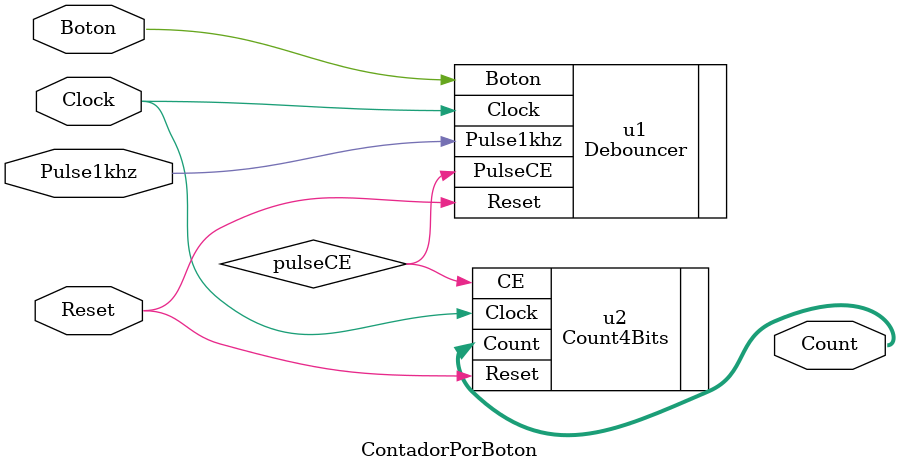
<source format=v>
`timescale 1ns / 1ps


module ContadorPorBoton(
    input Clock,
    input Reset,
    input Boton,
    input Pulse1khz,
    output [4:0] Count
    );
wire pulseCE;

Debouncer u1 (
    .Clock(Clock),
    .Reset(Reset),
    .Boton(Boton),
    .Pulse1khz(Pulse1khz),
    .PulseCE(pulseCE)
);

Count4Bits u2(
    .Clock(Clock),
    .Reset(Reset),
    .CE(pulseCE),
    .Count(Count));
endmodule

</source>
